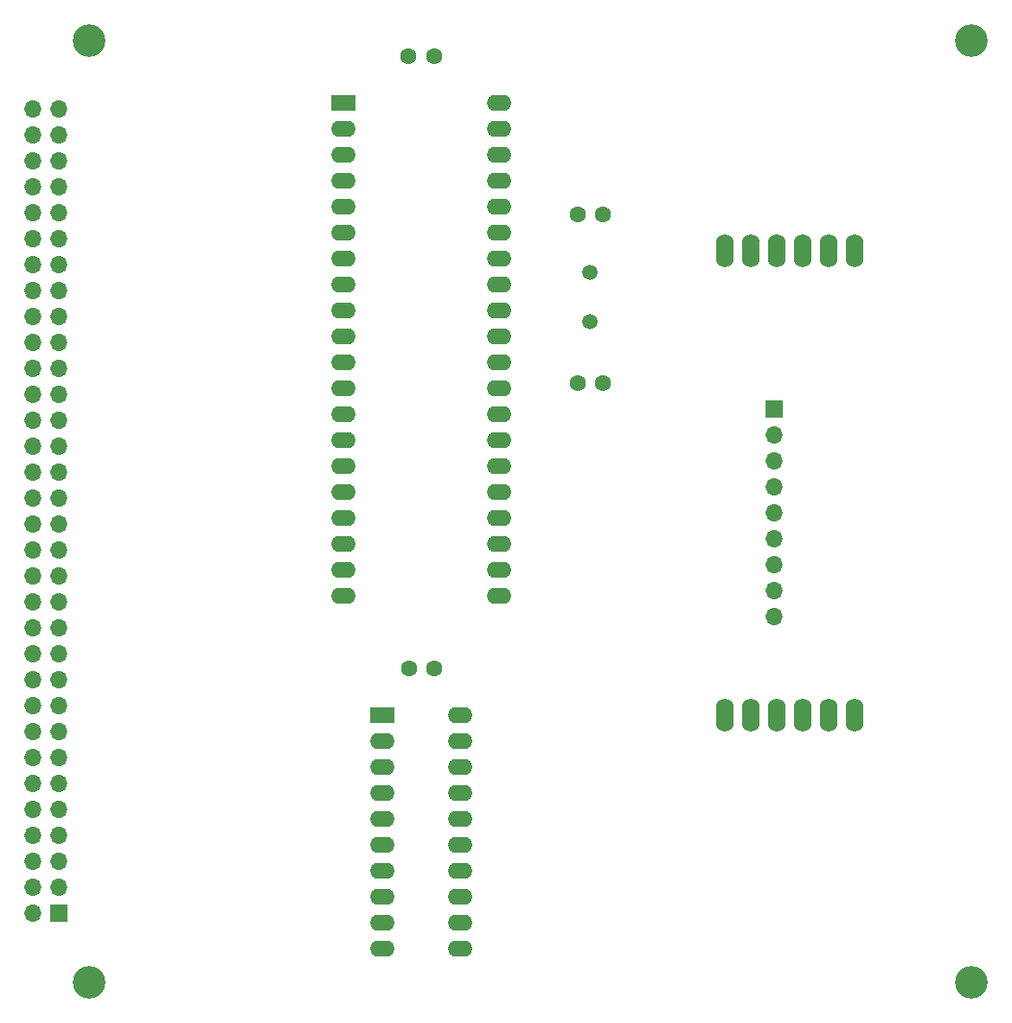
<source format=gbr>
%TF.GenerationSoftware,KiCad,Pcbnew,(6.0.2)*%
%TF.CreationDate,2022-11-06T15:29:19-08:00*%
%TF.ProjectId,IO Board,494f2042-6f61-4726-942e-6b696361645f,rev?*%
%TF.SameCoordinates,Original*%
%TF.FileFunction,Soldermask,Top*%
%TF.FilePolarity,Negative*%
%FSLAX46Y46*%
G04 Gerber Fmt 4.6, Leading zero omitted, Abs format (unit mm)*
G04 Created by KiCad (PCBNEW (6.0.2)) date 2022-11-06 15:29:19*
%MOMM*%
%LPD*%
G01*
G04 APERTURE LIST*
%ADD10C,1.500000*%
%ADD11O,1.727200X3.251200*%
%ADD12R,1.700000X1.700000*%
%ADD13O,1.700000X1.700000*%
%ADD14C,1.600000*%
%ADD15C,3.200000*%
%ADD16R,2.400000X1.600000*%
%ADD17O,2.400000X1.600000*%
G04 APERTURE END LIST*
D10*
%TO.C,Q1*%
X140970000Y-71718000D03*
X140970000Y-76598000D03*
%TD*%
D11*
%TO.C,J4*%
X154178000Y-69596000D03*
X156718000Y-69596000D03*
X159258000Y-69596000D03*
X161798000Y-69596000D03*
X166878000Y-69596000D03*
X164338000Y-69596000D03*
%TD*%
%TO.C,J3*%
X154178000Y-115062000D03*
X156718000Y-115062000D03*
X159258000Y-115062000D03*
X161798000Y-115062000D03*
X166878000Y-115062000D03*
X164338000Y-115062000D03*
%TD*%
D12*
%TO.C,J2*%
X159004000Y-85100000D03*
D13*
X159004000Y-87640000D03*
X159004000Y-90180000D03*
X159004000Y-92720000D03*
X159004000Y-95260000D03*
X159004000Y-97800000D03*
X159004000Y-100340000D03*
X159004000Y-102880000D03*
X159004000Y-105420000D03*
%TD*%
D14*
%TO.C,C4*%
X139720000Y-66040000D03*
X142220000Y-66040000D03*
%TD*%
%TO.C,C3*%
X139720000Y-82550000D03*
X142220000Y-82550000D03*
%TD*%
D15*
%TO.C,H1*%
X178326100Y-49040100D03*
%TD*%
D12*
%TO.C,J1*%
X88954100Y-134516100D03*
D13*
X86414100Y-134516100D03*
X88954100Y-131976100D03*
X86414100Y-131976100D03*
X88954100Y-129436100D03*
X86414100Y-129436100D03*
X88954100Y-126896100D03*
X86414100Y-126896100D03*
X88954100Y-124356100D03*
X86414100Y-124356100D03*
X88954100Y-121816100D03*
X86414100Y-121816100D03*
X88954100Y-119276100D03*
X86414100Y-119276100D03*
X88954100Y-116736100D03*
X86414100Y-116736100D03*
X88954100Y-114196100D03*
X86414100Y-114196100D03*
X88954100Y-111656100D03*
X86414100Y-111656100D03*
X88954100Y-109116100D03*
X86414100Y-109116100D03*
X88954100Y-106576100D03*
X86414100Y-106576100D03*
X88954100Y-104036100D03*
X86414100Y-104036100D03*
X88954100Y-101496100D03*
X86414100Y-101496100D03*
X88954100Y-98956100D03*
X86414100Y-98956100D03*
X88954100Y-96416100D03*
X86414100Y-96416100D03*
X88954100Y-93876100D03*
X86414100Y-93876100D03*
X88954100Y-91336100D03*
X86414100Y-91336100D03*
X88954100Y-88796100D03*
X86414100Y-88796100D03*
X88954100Y-86256100D03*
X86414100Y-86256100D03*
X88954100Y-83716100D03*
X86414100Y-83716100D03*
X88954100Y-81176100D03*
X86414100Y-81176100D03*
X88954100Y-78636100D03*
X86414100Y-78636100D03*
X88954100Y-76096100D03*
X86414100Y-76096100D03*
X88954100Y-73556100D03*
X86414100Y-73556100D03*
X88954100Y-71016100D03*
X86414100Y-71016100D03*
X88954100Y-68476100D03*
X86414100Y-68476100D03*
X88954100Y-65936100D03*
X86414100Y-65936100D03*
X88954100Y-63396100D03*
X86414100Y-63396100D03*
X88954100Y-60856100D03*
X86414100Y-60856100D03*
X88954100Y-58316100D03*
X86414100Y-58316100D03*
X88954100Y-55776100D03*
X86414100Y-55776100D03*
%TD*%
D14*
%TO.C,C2*%
X123210000Y-110490000D03*
X125710000Y-110490000D03*
%TD*%
D15*
%TO.C,H4*%
X91966100Y-141242100D03*
%TD*%
D16*
%TO.C,U2*%
X116835000Y-55118000D03*
D17*
X116835000Y-57658000D03*
X116835000Y-60198000D03*
X116835000Y-62738000D03*
X116835000Y-65278000D03*
X116835000Y-67818000D03*
X116835000Y-70358000D03*
X116835000Y-72898000D03*
X116835000Y-75438000D03*
X116835000Y-77978000D03*
X116835000Y-80518000D03*
X116835000Y-83058000D03*
X116835000Y-85598000D03*
X116835000Y-88138000D03*
X116835000Y-90678000D03*
X116835000Y-93218000D03*
X116835000Y-95758000D03*
X116835000Y-98298000D03*
X116835000Y-100838000D03*
X116835000Y-103378000D03*
X132075000Y-103378000D03*
X132075000Y-100838000D03*
X132075000Y-98298000D03*
X132075000Y-95758000D03*
X132075000Y-93218000D03*
X132075000Y-90678000D03*
X132075000Y-88138000D03*
X132075000Y-85598000D03*
X132075000Y-83058000D03*
X132075000Y-80518000D03*
X132075000Y-77978000D03*
X132075000Y-75438000D03*
X132075000Y-72898000D03*
X132075000Y-70358000D03*
X132075000Y-67818000D03*
X132075000Y-65278000D03*
X132075000Y-62738000D03*
X132075000Y-60198000D03*
X132075000Y-57658000D03*
X132075000Y-55118000D03*
%TD*%
D16*
%TO.C,U1*%
X120660000Y-115062000D03*
D17*
X120660000Y-117602000D03*
X120660000Y-120142000D03*
X120660000Y-122682000D03*
X120660000Y-125222000D03*
X120660000Y-127762000D03*
X120660000Y-130302000D03*
X120660000Y-132842000D03*
X120660000Y-135382000D03*
X120660000Y-137922000D03*
X128280000Y-137922000D03*
X128280000Y-135382000D03*
X128280000Y-132842000D03*
X128280000Y-130302000D03*
X128280000Y-127762000D03*
X128280000Y-125222000D03*
X128280000Y-122682000D03*
X128280000Y-120142000D03*
X128280000Y-117602000D03*
X128280000Y-115062000D03*
%TD*%
D15*
%TO.C,H2*%
X178326100Y-141242100D03*
%TD*%
D14*
%TO.C,C1*%
X123205000Y-50546000D03*
X125705000Y-50546000D03*
%TD*%
D15*
%TO.C,H3*%
X91966100Y-49040100D03*
%TD*%
M02*

</source>
